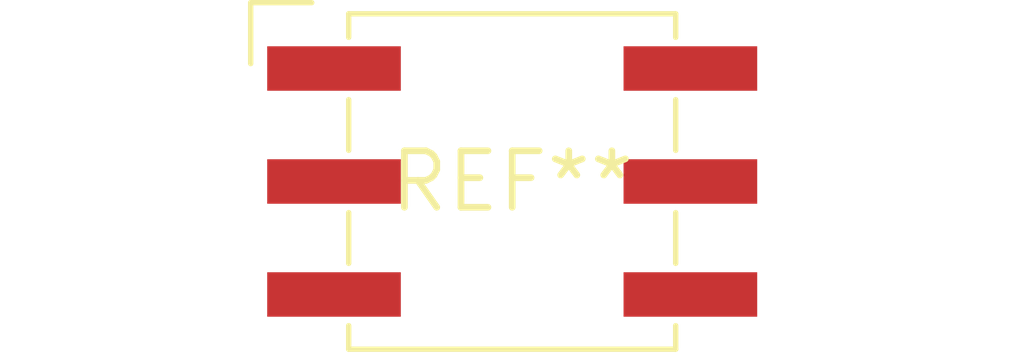
<source format=kicad_pcb>
(kicad_pcb (version 20240108) (generator pcbnew)
  (layers (0 "F.Cu" signal) (31 "B.Cu" signal) (34 "B.Paste" user) (35 "F.Paste" user) (36 "B.SilkS" user "B.Silkscreen") (37 "F.SilkS" user "F.Silkscreen") (38 "B.Mask" user) (39 "F.Mask" user) (44 "Edge.Cuts" user))
  (net 0 "")
  (footprint "Nidec_Copal_SH-7010B" (layer "F.Cu") (at 0 0)
    (property "Reference" "REF**")
    (property "Value" "Nidec_Copal_SH-7010B")
    (fp_line (start -5.87 -4.02) (end -4.5 -4.02) (layer "F.SilkS") (stroke (width 0.12)))
    (fp_line (start -5.87 -2.65) (end -5.87 -4.02) (layer "F.SilkS") (stroke (width 0.12)))
    (fp_line (start -3.67 -3.77) (end 3.67 -3.77) (layer "F.SilkS") (stroke (width 0.12)))
    (fp_line (start -3.67 -3.24) (end -3.67 -3.77) (layer "F.SilkS") (stroke (width 0.12)))
    (fp_line (start -3.67 -1.84) (end -3.67 -0.7) (layer "F.SilkS") (stroke (width 0.12)))
    (fp_line (start -3.67 0.7) (end -3.67 1.84) (layer "F.SilkS") (stroke (width 0.12)))
    (fp_line (start -3.67 3.24) (end -3.67 3.77) (layer "F.SilkS") (stroke (width 0.12)))
    (fp_line (start -3.67 3.77) (end 3.67 3.77) (layer "F.SilkS") (stroke (width 0.12)))
    (fp_line (start 3.67 -3.77) (end 3.67 -3.24) (layer "F.SilkS") (stroke (width 0.12)))
    (fp_line (start 3.67 -1.84) (end 3.67 -0.7) (layer "F.SilkS") (stroke (width 0.12)))
    (fp_line (start 3.67 0.7) (end 3.67 1.84) (layer "F.SilkS") (stroke (width 0.12)))
    (fp_line (start 3.67 3.77) (end 3.67 3.24) (layer "F.SilkS") (stroke (width 0.12)))
    (pad "1" smd rect (at -4 -2.54) (size 3 1) (layers "F.Cu" "F.Paste" "F.Mask"))
    (pad "2" smd rect (at 4 2.54) (size 3 1) (layers "F.Cu" "F.Paste" "F.Mask"))
    (pad "4" smd rect (at -4 2.54) (size 3 1) (layers "F.Cu" "F.Paste" "F.Mask"))
    (pad "8" smd rect (at 4 -2.54) (size 3 1) (layers "F.Cu" "F.Paste" "F.Mask"))
    (pad "C" smd rect (at -4 0) (size 3 1) (layers "F.Cu" "F.Paste" "F.Mask"))
    (pad "C" smd rect (at 4 0) (size 3 1) (layers "F.Cu" "F.Paste" "F.Mask"))
  )
)
</source>
